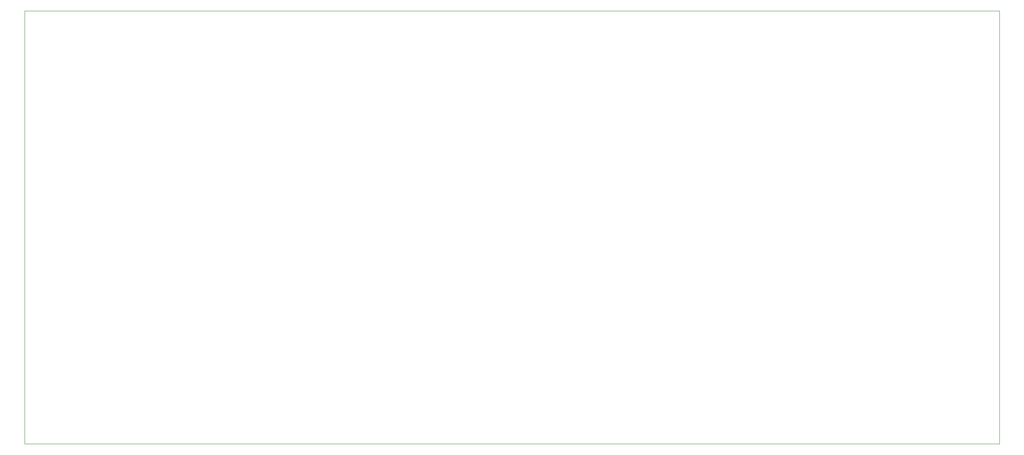
<source format=gm1>
G04 #@! TF.FileFunction,Profile,NP*
%FSLAX46Y46*%
G04 Gerber Fmt 4.6, Leading zero omitted, Abs format (unit mm)*
G04 Created by KiCad (PCBNEW 4.0.7) date 06/29/18 00:02:58*
%MOMM*%
%LPD*%
G01*
G04 APERTURE LIST*
%ADD10C,0.100000*%
G04 APERTURE END LIST*
D10*
X100000000Y-157600000D02*
X298000000Y-157600000D01*
X100000000Y-69600000D02*
X100000000Y-157600000D01*
X298000000Y-69600000D02*
X298000000Y-157600000D01*
X100000000Y-69600000D02*
X298000000Y-69600000D01*
M02*

</source>
